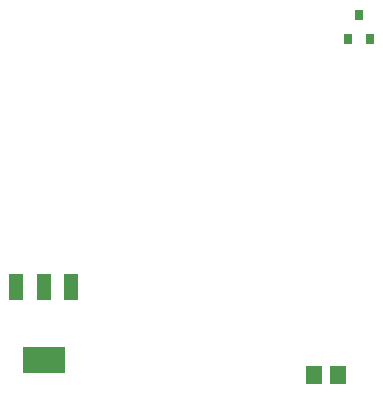
<source format=gtp>
G04 MADE WITH FRITZING*
G04 WWW.FRITZING.ORG*
G04 DOUBLE SIDED*
G04 HOLES PLATED*
G04 CONTOUR ON CENTER OF CONTOUR VECTOR*
%ASAXBY*%
%FSLAX23Y23*%
%MOIN*%
%OFA0B0*%
%SFA1.0B1.0*%
%ADD10R,0.031496X0.035433*%
%ADD11R,0.055118X0.059055*%
%ADD12R,0.048000X0.088000*%
%ADD13R,0.141732X0.086614*%
%LNPASTEMASK1*%
G90*
G70*
G54D10*
X2385Y1191D03*
X2459Y1191D03*
X2422Y1273D03*
G54D11*
X2272Y73D03*
X2353Y73D03*
G54D12*
X1463Y367D03*
X1372Y367D03*
X1281Y367D03*
G54D13*
X1372Y123D03*
G04 End of PasteMask1*
M02*
</source>
